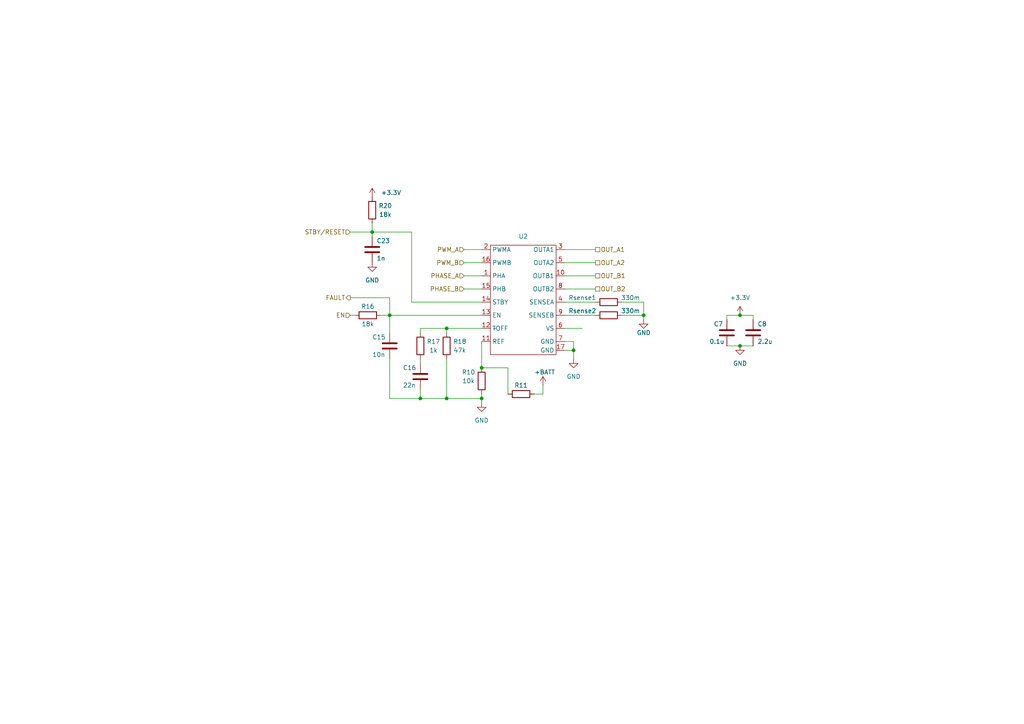
<source format=kicad_sch>
(kicad_sch (version 20230121) (generator eeschema)
  (paper "A4")
  (lib_symbols
    (symbol "Device:C" (pin_numbers hide) (pin_names (offset 0.254))
      (property "Reference" "C" (at 0.635 2.54 0))
      (property "Value" "C" (at 0.635 -2.54 0))
      (symbol "C_0_1"
        (polyline (pts (xy -2.032 -0.762) (xy 2.032 -0.762)) (stroke (width 0.508)))
        (polyline (pts (xy -2.032 0.762) (xy 2.032 0.762)) (stroke (width 0.508)))
      )
      (symbol "C_1_1"
        (pin passive line (at 0 3.81 270) (length 2.794) (name "~") (number "1"))
        (pin passive line (at 0 -3.81 90) (length 2.794) (name "~") (number "2"))
      )
    )
    (symbol "Device:R" (pin_numbers hide) (pin_names (offset 0))
      (property "Reference" "R" (at 2.032 0 90))
      (property "Value" "R" (at 0 0 90))
      (symbol "R_0_1"
        (rectangle (start -1.016 -2.54) (end 1.016 2.54) (stroke (width 0.254)))
      )
      (symbol "R_1_1"
        (pin passive line (at 0 3.81 270) (length 1.27) (name "~") (number "1"))
        (pin passive line (at 0 -3.81 90) (length 1.27) (name "~") (number "2"))
      )
    )
    (symbol "STSPIN240:U1"
      (property "Reference" "U1" (at -8.89 -7.62 0))
      (symbol "U1_0_1"
        (rectangle (start -10.16 16.51) (end 8.89 -15.24))
      )
      (symbol "U1_1_1"
        (pin input line (at -12.7 7.62 0) (length 2.54) (name "PHA") (number "1"))
        (pin power_out line (at 11.43 7.62 180) (length 2.54) (name "OUTB1") (number "10"))
        (pin input line (at -12.7 -11.43 0) (length 2.54) (name "REF") (number "11"))
        (pin input line (at -12.7 -7.62 0) (length 2.54) (name "TOFF") (number "12"))
        (pin input line (at -12.7 -3.81 0) (length 2.54) (name "EN") (number "13"))
        (pin input line (at -12.7 0 0) (length 2.54) (name "STBY") (number "14"))
        (pin input line (at -12.7 3.81 0) (length 2.54) (name "PHB") (number "15"))
        (pin input line (at -12.7 11.43 0) (length 2.54) (name "PWMB") (number "16"))
        (pin bidirectional line (at 11.43 -13.97 180) (length 2.54) (name "GND") (number "17"))
        (pin input line (at -12.7 15.24 0) (length 2.54) (name "PWMA") (number "2"))
        (pin power_out line (at 11.43 15.24 180) (length 2.54) (name "OUTA1") (number "3"))
        (pin power_out line (at 11.43 0 180) (length 2.54) (name "SENSEA") (number "4"))
        (pin power_out line (at 11.43 11.43 180) (length 2.54) (name "OUTA2") (number "5"))
        (pin power_in line (at 11.43 -7.62 180) (length 2.54) (name "VS") (number "6"))
        (pin bidirectional line (at 11.43 -11.43 180) (length 2.54) (name "GND") (number "7"))
        (pin power_out line (at 11.43 3.81 180) (length 2.54) (name "OUTB2") (number "8"))
        (pin power_out line (at 11.43 -3.81 180) (length 2.54) (name "SENSEB") (number "9"))
      )
    )
    (symbol "power:+3.3V" (power) (pin_names (offset 0))
      (property "Value" "+3.3V" (at 0 3.556 0))
      (symbol "+3.3V_0_1"
        (polyline (pts (xy -0.762 1.27) (xy 0 2.54)))
        (polyline (pts (xy 0 0) (xy 0 2.54)))
        (polyline (pts (xy 0 2.54) (xy 0.762 1.27)))
      )
      (symbol "+3.3V_1_1"
        (pin power_in line (at 0 0 90) (length 0) hide (name "+3.3V") (number "1"))
      )
    )
    (symbol "power:+BATT" (power) (pin_names (offset 0))
      (property "Value" "+BATT" (at 0 3.556 0))
      (symbol "+BATT_0_1"
        (polyline (pts (xy -0.762 1.27) (xy 0 2.54)))
        (polyline (pts (xy 0 0) (xy 0 2.54)))
        (polyline (pts (xy 0 2.54) (xy 0.762 1.27)))
      )
      (symbol "+BATT_1_1"
        (pin power_in line (at 0 0 90) (length 0) hide (name "+BATT") (number "1"))
      )
    )
    (symbol "power:GND" (power) (pin_names (offset 0))
      (property "Value" "GND" (at 0 -3.81 0))
      (symbol "GND_0_1"
        (polyline (pts (xy 0 0) (xy 0 -1.27) (xy 1.27 -1.27) (xy 0 -2.54) (xy -1.27 -1.27) (xy 0 -1.27)))
      )
      (symbol "GND_1_1"
        (pin power_in line (at 0 0 270) (length 0) hide (name "GND") (number "1"))
      )
    )
  )
  (junction (at 186.69 91.44))
  (junction (at 129.54 95.25))
  (junction (at 129.54 115.57))
  (junction (at 113.03 91.44))
  (junction (at 214.63 91.44))
  (junction (at 166.37 101.6))
  (junction (at 139.7 115.57))
  (junction (at 214.63 100.33))
  (junction (at 139.7 106.68))
  (junction (at 107.95 67.31))
  (junction (at 121.92 115.57))
  (wire (pts (xy 129.54 96.52) (xy 129.54 95.25)))
  (wire (pts (xy 129.54 115.57) (xy 139.7 115.57)))
  (wire (pts (xy 107.95 67.31) (xy 119.38 67.31)))
  (wire (pts (xy 163.83 80.01) (xy 172.72 80.01)))
  (wire (pts (xy 134.62 76.2) (xy 139.7 76.2)))
  (wire (pts (xy 121.92 113.03) (xy 121.92 115.57)))
  (wire (pts (xy 110.49 91.44) (xy 113.03 91.44)))
  (wire (pts (xy 186.69 87.63) (xy 186.69 91.44)))
  (wire (pts (xy 113.03 104.14) (xy 113.03 115.57)))
  (wire (pts (xy 210.82 91.44) (xy 210.82 92.71)))
  (wire (pts (xy 101.6 91.44) (xy 102.87 91.44)))
  (wire (pts (xy 166.37 101.6) (xy 166.37 104.14)))
  (wire (pts (xy 180.34 87.63) (xy 186.69 87.63)))
  (wire (pts (xy 139.7 115.57) (xy 139.7 114.3)))
  (wire (pts (xy 163.83 91.44) (xy 172.72 91.44)))
  (wire (pts (xy 163.83 87.63) (xy 172.72 87.63)))
  (wire (pts (xy 214.63 100.33) (xy 218.44 100.33)))
  (wire (pts (xy 119.38 67.31) (xy 119.38 87.63)))
  (wire (pts (xy 214.63 91.44) (xy 218.44 91.44)))
  (wire (pts (xy 180.34 91.44) (xy 186.69 91.44)))
  (wire (pts (xy 163.83 76.2) (xy 172.72 76.2)))
  (wire (pts (xy 119.38 87.63) (xy 139.7 87.63)))
  (wire (pts (xy 163.83 95.25) (xy 168.91 95.25)))
  (wire (pts (xy 166.37 99.06) (xy 166.37 101.6)))
  (wire (pts (xy 121.92 115.57) (xy 129.54 115.57)))
  (wire (pts (xy 163.83 83.82) (xy 172.72 83.82)))
  (wire (pts (xy 101.6 86.36) (xy 113.03 86.36)))
  (wire (pts (xy 147.32 106.68) (xy 139.7 106.68)))
  (wire (pts (xy 210.82 91.44) (xy 214.63 91.44)))
  (wire (pts (xy 163.83 101.6) (xy 166.37 101.6)))
  (wire (pts (xy 139.7 116.84) (xy 139.7 115.57)))
  (wire (pts (xy 113.03 115.57) (xy 121.92 115.57)))
  (wire (pts (xy 113.03 91.44) (xy 139.7 91.44)))
  (wire (pts (xy 163.83 99.06) (xy 166.37 99.06)))
  (wire (pts (xy 139.7 99.06) (xy 139.7 106.68)))
  (wire (pts (xy 157.48 114.3) (xy 157.48 111.76)))
  (wire (pts (xy 163.83 72.39) (xy 172.72 72.39)))
  (wire (pts (xy 129.54 104.14) (xy 129.54 115.57)))
  (wire (pts (xy 121.92 104.14) (xy 121.92 105.41)))
  (wire (pts (xy 129.54 95.25) (xy 139.7 95.25)))
  (wire (pts (xy 154.94 114.3) (xy 157.48 114.3)))
  (wire (pts (xy 113.03 86.36) (xy 113.03 91.44)))
  (wire (pts (xy 134.62 72.39) (xy 139.7 72.39)))
  (wire (pts (xy 113.03 91.44) (xy 113.03 96.52)))
  (wire (pts (xy 147.32 114.3) (xy 147.32 106.68)))
  (wire (pts (xy 134.62 83.82) (xy 139.7 83.82)))
  (wire (pts (xy 210.82 100.33) (xy 214.63 100.33)))
  (wire (pts (xy 121.92 95.25) (xy 129.54 95.25)))
  (wire (pts (xy 134.62 80.01) (xy 139.7 80.01)))
  (wire (pts (xy 107.95 67.31) (xy 107.95 68.58)))
  (wire (pts (xy 101.6 67.31) (xy 107.95 67.31)))
  (wire (pts (xy 218.44 91.44) (xy 218.44 92.71)))
  (wire (pts (xy 186.69 92.71) (xy 186.69 91.44)))
  (wire (pts (xy 107.95 64.77) (xy 107.95 67.31)))
  (wire (pts (xy 121.92 96.52) (xy 121.92 95.25)))
  (hierarchical_label "PHASE_A" (shape input) (at 134.62 80.01 180))
  (hierarchical_label "OUT_A2" (shape passive) (at 172.72 76.2 0))
  (hierarchical_label "PWM_A" (shape input) (at 134.62 72.39 180))
  (hierarchical_label "FAULT" (shape output) (at 101.6 86.36 180))
  (hierarchical_label "PHASE_B" (shape input) (at 134.62 83.82 180))
  (hierarchical_label "PWM_B" (shape input) (at 134.62 76.2 180))
  (hierarchical_label "OUT_B2" (shape passive) (at 172.72 83.82 0))
  (hierarchical_label "OUT_A1" (shape passive) (at 172.72 72.39 0))
  (hierarchical_label "OUT_B1" (shape passive) (at 172.72 80.01 0))
  (hierarchical_label "STBY{slash}RESET" (shape input) (at 101.6 67.31 180))
  (hierarchical_label "EN" (shape input) (at 101.6 91.44 180))
  (symbol (lib_id "Device:C") (at 107.95 72.39 0) (unit 1)
    (property "Reference" "C23" (at 109.22 69.85 0) (effects (justify left)))
    (property "Value" "1n" (at 109.22 74.93 0) (effects (justify left)))
    (property "Footprint" "Capacitor_SMD:C_0603_1608Metric" (effects hide))
  )
  (symbol (lib_id "Device:R") (at 121.92 100.33 180) (unit 1)
    (property "Reference" "R17" (at 125.73 99.06 0))
    (property "Value" "1k" (at 125.73 101.6 0))
    (property "Footprint" "Resistor_SMD:R_0603_1608Metric" (effects hide))
  )
  (symbol (lib_id "Device:R") (at 176.53 91.44 90) (unit 1)
    (property "Reference" "Rsense2" (at 168.91 90.17 90))
    (property "Value" "330m" (at 182.88 90.17 90))
    (property "Footprint" "Resistor_SMD:R_2512_6332Metric" (effects hide))
  )
  (symbol (lib_id "Device:R") (at 107.95 60.96 180) (unit 1)
    (property "Reference" "R20" (at 111.76 59.69 0))
    (property "Value" "18k" (at 111.76 62.23 0))
    (property "Footprint" "Resistor_SMD:R_0603_1608Metric" (effects hide))
  )
  (symbol (lib_id "power:+BATT") (at 157.48 111.76 0) (unit 1)
    (property "Reference" "#PWR018" (effects hide))
    (property "Value" "+BATT" (at 154.94 107.95 0) (effects (justify left)))
  )
  (symbol (lib_id "power:GND") (at 214.63 100.33 0) (unit 1)
    (property "Reference" "#PWR020" (effects hide))
    (property "Value" "GND" (at 214.63 105.41 0))
  )
  (symbol (lib_id "Device:R") (at 176.53 87.63 90) (unit 1)
    (property "Reference" "Rsense1" (at 168.91 86.36 90))
    (property "Value" "330m" (at 182.88 86.36 90))
    (property "Footprint" "Resistor_SMD:R_2512_6332Metric" (effects hide))
  )
  (symbol (lib_id "power:GND") (at 107.95 76.2 0) (unit 1)
    (property "Reference" "#PWR027" (effects hide))
    (property "Value" "GND" (at 107.95 81.28 0))
  )
  (symbol (lib_id "Device:C") (at 121.92 109.22 0) (unit 1)
    (property "Reference" "C16" (at 116.84 106.68 0) (effects (justify left)))
    (property "Value" "22n" (at 116.84 111.76 0) (effects (justify left)))
    (property "Footprint" "Capacitor_SMD:C_0603_1608Metric" (effects hide))
  )
  (symbol (lib_id "Device:C") (at 210.82 96.52 0) (unit 1)
    (property "Reference" "C7" (at 207.01 93.98 0) (effects (justify left)))
    (property "Value" "0.1u" (at 205.74 99.06 0) (effects (justify left)))
    (property "Footprint" "Capacitor_SMD:C_0603_1608Metric" (effects hide))
  )
  (symbol (lib_id "Device:R") (at 106.68 91.44 90) (unit 1)
    (property "Reference" "R16" (at 106.68 88.9 90))
    (property "Value" "18k" (at 106.68 93.98 90))
    (property "Footprint" "Resistor_SMD:R_0603_1608Metric" (effects hide))
  )
  (symbol (lib_id "power:GND") (at 186.69 92.71 0) (unit 1)
    (property "Reference" "#PWR010" (effects hide))
    (property "Value" "GND" (at 186.69 96.52 0))
  )
  (symbol (lib_id "power:+3.3V") (at 214.63 91.44 0) (unit 1)
    (property "Reference" "#PWR09" (effects hide))
    (property "Value" "+3.3V" (at 214.63 86.36 0))
  )
  (symbol (lib_id "power:GND") (at 166.37 104.14 0) (unit 1)
    (property "Reference" "#PWR08" (effects hide))
    (property "Value" "GND" (at 166.37 109.22 0))
  )
  (symbol (lib_id "power:GND") (at 139.7 116.84 0) (unit 1)
    (property "Reference" "#PWR011" (effects hide))
    (property "Value" "GND" (at 139.7 121.92 0))
  )
  (symbol (lib_id "Device:R") (at 129.54 100.33 180) (unit 1)
    (property "Reference" "R18" (at 133.35 99.06 0))
    (property "Value" "47k" (at 133.35 101.6 0))
    (property "Footprint" "Resistor_SMD:R_0603_1608Metric" (effects hide))
  )
  (symbol (lib_id "STSPIN240:U1") (at 152.4 87.63 0) (unit 1)
    (property "Reference" "U2" (at 151.765 68.58 0))
    (property "Value" "~" (at 143.51 95.25 0))
    (property "Footprint" "STSPIN240:STSPIN240" (effects hide))
    (property "Datasheet" "https://www.mouser.fr/ProductDetail/STMicroelectronics/STSPIN240?qs=%2FnKYMpMO73P14mEILm2sPg%3D%3D" (effects hide))
  )
  (symbol (lib_id "Device:C") (at 218.44 96.52 0) (unit 1)
    (property "Reference" "C8" (at 219.71 93.98 0) (effects (justify left)))
    (property "Value" "2.2u" (at 219.71 99.06 0) (effects (justify left)))
    (property "Footprint" "Capacitor_SMD:C_0603_1608Metric" (effects hide))
  )
  (symbol (lib_id "Device:C") (at 113.03 100.33 0) (unit 1)
    (property "Reference" "C15" (at 107.95 97.79 0) (effects (justify left)))
    (property "Value" "10n" (at 107.95 102.87 0) (effects (justify left)))
    (property "Footprint" "Capacitor_SMD:C_0603_1608Metric" (effects hide))
  )
  (symbol (lib_id "Device:R") (at 151.13 114.3 90) (unit 1)
    (property "Reference" "R11" (at 151.13 111.76 90))
    (property "Value" "10k" (effects hide))
    (property "Footprint" "Resistor_SMD:R_0603_1608Metric" (effects hide))
  )
  (symbol (lib_id "Device:R") (at 139.7 110.49 180) (unit 1)
    (property "Reference" "R10" (at 135.89 107.95 0))
    (property "Value" "10k" (at 135.89 110.49 0))
    (property "Footprint" "Resistor_SMD:R_0603_1608Metric" (effects hide))
  )
  (symbol (lib_id "power:+3.3V") (at 107.95 57.15 0) (unit 1)
    (property "Reference" "#PWR026" (effects hide))
    (property "Value" "+3.3V" (at 110.49 55.88 0) (effects (justify left)))
  )
)
</source>
